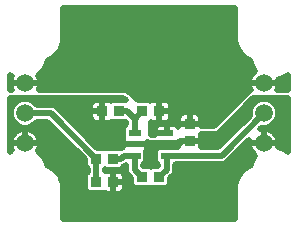
<source format=gtl>
G75*
%MOIN*%
%OFA0B0*%
%FSLAX25Y25*%
%IPPOS*%
%LPD*%
%AMOC8*
5,1,8,0,0,1.08239X$1,22.5*
%
%ADD10R,0.03740X0.03740*%
%ADD11C,0.05937*%
%ADD12R,0.04134X0.02362*%
%ADD13C,0.02000*%
D10*
X0038736Y0019173D03*
X0044445Y0019173D03*
X0054091Y0020748D03*
X0059799Y0020748D03*
X0069937Y0032854D03*
X0069937Y0038563D03*
X0059799Y0042795D03*
X0054091Y0042795D03*
X0046413Y0042795D03*
X0040705Y0042795D03*
X0038736Y0027047D03*
X0044445Y0027047D03*
D11*
X0015079Y0032118D03*
X0015079Y0042157D03*
X0015079Y0052197D03*
X0094646Y0052197D03*
X0094646Y0042157D03*
X0094646Y0032118D03*
D12*
X0062260Y0035512D03*
X0062260Y0028031D03*
X0051630Y0028031D03*
X0051630Y0031772D03*
X0051630Y0035512D03*
D13*
X0027767Y0018552D02*
X0027767Y0007050D01*
X0084989Y0007050D01*
X0084989Y0018552D01*
X0086208Y0021494D01*
X0086208Y0021494D01*
X0088459Y0023745D01*
X0088459Y0023745D01*
X0090157Y0024449D01*
X0090157Y0024724D01*
X0091338Y0027574D01*
X0091805Y0028041D01*
X0091409Y0028328D01*
X0090856Y0028881D01*
X0090396Y0029514D01*
X0090041Y0030211D01*
X0089800Y0030955D01*
X0089677Y0031727D01*
X0089677Y0032118D01*
X0094646Y0032118D01*
X0094646Y0032118D01*
X0099614Y0032118D01*
X0099614Y0031727D01*
X0099492Y0030955D01*
X0099483Y0030926D01*
X0102307Y0029756D01*
X0102706Y0029357D01*
X0102706Y0047200D01*
X0091160Y0047200D01*
X0079586Y0035626D01*
X0078557Y0035200D01*
X0073750Y0035200D01*
X0073807Y0034988D01*
X0073807Y0032854D01*
X0069937Y0032854D01*
X0069937Y0032854D01*
X0066814Y0032854D01*
X0066814Y0032854D01*
X0069937Y0032854D01*
X0069937Y0032854D01*
X0067476Y0032854D01*
X0066394Y0031772D01*
X0051630Y0031772D01*
X0055697Y0031772D01*
X0055697Y0032509D01*
X0056443Y0032200D01*
X0065557Y0032200D01*
X0066067Y0032411D01*
X0066067Y0030831D01*
X0065253Y0030831D01*
X0065072Y0031013D01*
X0059447Y0031013D01*
X0058393Y0029958D01*
X0058393Y0026105D01*
X0059447Y0025050D01*
X0059460Y0025050D01*
X0059460Y0024418D01*
X0057184Y0024418D01*
X0056945Y0024179D01*
X0056706Y0024418D01*
X0054430Y0024418D01*
X0054430Y0025050D01*
X0054442Y0025050D01*
X0055497Y0026105D01*
X0055497Y0029708D01*
X0055561Y0029819D01*
X0055697Y0030327D01*
X0055697Y0031772D01*
X0051630Y0031772D01*
X0051630Y0031772D01*
X0048283Y0031772D01*
X0040705Y0039350D01*
X0040705Y0042795D01*
X0040705Y0038925D01*
X0042838Y0038925D01*
X0043347Y0039061D01*
X0043673Y0039250D01*
X0043798Y0039125D01*
X0048830Y0039125D01*
X0048830Y0038493D01*
X0048817Y0038493D01*
X0047763Y0037438D01*
X0047763Y0033835D01*
X0047699Y0033725D01*
X0047563Y0033216D01*
X0047563Y0031772D01*
X0051630Y0031772D01*
X0051630Y0031772D01*
X0047563Y0031772D01*
X0047563Y0030831D01*
X0047530Y0030831D01*
X0047117Y0030661D01*
X0047061Y0030717D01*
X0041829Y0030717D01*
X0041591Y0030479D01*
X0041352Y0030717D01*
X0039026Y0030717D01*
X0025212Y0044531D01*
X0024183Y0044957D01*
X0019022Y0044957D01*
X0017780Y0046200D01*
X0016027Y0046926D01*
X0014130Y0046926D01*
X0012378Y0046200D01*
X0011036Y0044859D01*
X0010310Y0043106D01*
X0010310Y0041209D01*
X0011036Y0039456D01*
X0012378Y0038115D01*
X0014130Y0037389D01*
X0016027Y0037389D01*
X0017780Y0038115D01*
X0019022Y0039357D01*
X0022466Y0039357D01*
X0035066Y0026758D01*
X0035066Y0024432D01*
X0035936Y0023561D01*
X0035936Y0022659D01*
X0035066Y0021789D01*
X0035066Y0016558D01*
X0036121Y0015503D01*
X0041352Y0015503D01*
X0041477Y0015628D01*
X0041803Y0015439D01*
X0042311Y0015303D01*
X0044445Y0015303D01*
X0046578Y0015303D01*
X0047087Y0015439D01*
X0047543Y0015703D01*
X0047915Y0016075D01*
X0048179Y0016531D01*
X0048315Y0017040D01*
X0048315Y0019173D01*
X0044445Y0019173D01*
X0044445Y0015303D01*
X0044445Y0019173D01*
X0044445Y0019173D01*
X0044445Y0019173D01*
X0048315Y0019173D01*
X0048315Y0021307D01*
X0048179Y0021815D01*
X0047915Y0022271D01*
X0047543Y0022644D01*
X0047087Y0022907D01*
X0046578Y0023043D01*
X0044445Y0023043D01*
X0044445Y0019173D01*
X0044445Y0019173D01*
X0044445Y0023043D01*
X0042311Y0023043D01*
X0041803Y0022907D01*
X0041536Y0022753D01*
X0041536Y0023561D01*
X0041591Y0023616D01*
X0041829Y0023377D01*
X0047061Y0023377D01*
X0048115Y0024432D01*
X0048115Y0024436D01*
X0048688Y0024674D01*
X0048830Y0024815D01*
X0048830Y0022652D01*
X0049256Y0021623D01*
X0050044Y0020835D01*
X0050420Y0020458D01*
X0050420Y0018132D01*
X0051475Y0017078D01*
X0056706Y0017078D01*
X0056945Y0017317D01*
X0057184Y0017078D01*
X0062415Y0017078D01*
X0063469Y0018132D01*
X0063469Y0020458D01*
X0063846Y0020835D01*
X0064634Y0021623D01*
X0065060Y0022652D01*
X0065060Y0025050D01*
X0065072Y0025050D01*
X0065253Y0025231D01*
X0081077Y0025231D01*
X0082106Y0025658D01*
X0082893Y0026445D01*
X0089833Y0033385D01*
X0089800Y0033282D01*
X0089677Y0032509D01*
X0089677Y0032118D01*
X0094646Y0032118D01*
X0099614Y0032118D01*
X0099614Y0032509D01*
X0099492Y0033282D01*
X0099250Y0034025D01*
X0098895Y0034722D01*
X0098435Y0035355D01*
X0097882Y0035908D01*
X0097250Y0036368D01*
X0096553Y0036723D01*
X0095809Y0036964D01*
X0095037Y0037087D01*
X0094646Y0037087D01*
X0094646Y0032118D01*
X0094646Y0032118D01*
X0094646Y0037087D01*
X0094255Y0037087D01*
X0093482Y0036964D01*
X0093379Y0036931D01*
X0093837Y0037389D01*
X0095594Y0037389D01*
X0097347Y0038115D01*
X0098688Y0039456D01*
X0099414Y0041209D01*
X0099414Y0043106D01*
X0098688Y0044859D01*
X0097347Y0046200D01*
X0095594Y0046926D01*
X0093697Y0046926D01*
X0091945Y0046200D01*
X0090603Y0044859D01*
X0089877Y0043106D01*
X0089877Y0041349D01*
X0079360Y0030831D01*
X0073807Y0030831D01*
X0073807Y0032854D01*
X0069937Y0032854D01*
X0073807Y0031978D02*
X0080506Y0031978D01*
X0082505Y0033976D02*
X0073807Y0033976D01*
X0073807Y0038000D02*
X0073807Y0038563D01*
X0073807Y0040696D01*
X0073671Y0041205D01*
X0073407Y0041661D01*
X0073035Y0042033D01*
X0072579Y0042297D01*
X0072070Y0042433D01*
X0069937Y0042433D01*
X0067804Y0042433D01*
X0067295Y0042297D01*
X0066839Y0042033D01*
X0066467Y0041661D01*
X0066203Y0041205D01*
X0066067Y0040696D01*
X0066067Y0038563D01*
X0069937Y0038563D01*
X0069937Y0038563D01*
X0069937Y0042433D01*
X0069937Y0038563D01*
X0069937Y0038563D01*
X0073807Y0038563D01*
X0069937Y0038563D01*
X0069937Y0038563D01*
X0066067Y0038563D01*
X0066067Y0037679D01*
X0065927Y0037921D01*
X0065555Y0038293D01*
X0065099Y0038557D01*
X0064590Y0038693D01*
X0062260Y0038693D01*
X0062260Y0035512D01*
X0062260Y0035512D01*
X0062260Y0038693D01*
X0059930Y0038693D01*
X0059421Y0038557D01*
X0058965Y0038293D01*
X0058593Y0037921D01*
X0058329Y0037465D01*
X0058193Y0036956D01*
X0058193Y0035512D01*
X0062260Y0035512D01*
X0062260Y0035512D01*
X0058193Y0035512D01*
X0058193Y0035000D01*
X0057000Y0035000D01*
X0057000Y0039152D01*
X0057157Y0039061D01*
X0057666Y0038925D01*
X0059799Y0038925D01*
X0059799Y0042795D01*
X0059799Y0042795D01*
X0059799Y0038925D01*
X0061933Y0038925D01*
X0062441Y0039061D01*
X0062897Y0039325D01*
X0063270Y0039697D01*
X0063533Y0040153D01*
X0063669Y0040662D01*
X0063669Y0042795D01*
X0059799Y0042795D01*
X0059799Y0042795D01*
X0059799Y0046665D01*
X0057666Y0046665D01*
X0057157Y0046529D01*
X0056831Y0046341D01*
X0056706Y0046465D01*
X0052535Y0046465D01*
X0049000Y0050000D01*
X0019536Y0050000D01*
X0019683Y0050290D01*
X0019925Y0051033D01*
X0020047Y0051806D01*
X0020047Y0052197D01*
X0020047Y0052588D01*
X0019925Y0053360D01*
X0019683Y0054104D01*
X0019379Y0054702D01*
X0021418Y0056740D01*
X0022598Y0059591D01*
X0022598Y0059866D01*
X0024297Y0060570D01*
X0026548Y0062821D01*
X0027767Y0065762D01*
X0027767Y0077265D01*
X0084989Y0077265D01*
X0084989Y0065762D01*
X0086208Y0062821D01*
X0088459Y0060570D01*
X0090157Y0059866D01*
X0090157Y0059591D01*
X0091338Y0056740D01*
X0091805Y0056274D01*
X0091409Y0055987D01*
X0090856Y0055434D01*
X0090396Y0054801D01*
X0090041Y0054104D01*
X0089800Y0053360D01*
X0089677Y0052588D01*
X0089677Y0052197D01*
X0094646Y0052197D01*
X0099614Y0052197D01*
X0099614Y0052588D01*
X0099492Y0053360D01*
X0099483Y0053389D01*
X0102307Y0054559D01*
X0102706Y0054958D01*
X0102706Y0050000D01*
X0099103Y0050000D01*
X0099250Y0050290D01*
X0099492Y0051033D01*
X0099614Y0051806D01*
X0099614Y0052197D01*
X0094646Y0052197D01*
X0094646Y0052197D01*
X0094646Y0052197D01*
X0089677Y0052197D01*
X0089677Y0051806D01*
X0089800Y0051033D01*
X0090041Y0050290D01*
X0090189Y0050000D01*
X0090000Y0050000D01*
X0078000Y0038000D01*
X0073807Y0038000D01*
X0073807Y0039972D02*
X0079972Y0039972D01*
X0081933Y0037973D02*
X0086502Y0037973D01*
X0088500Y0039972D02*
X0083932Y0039972D01*
X0081970Y0041970D02*
X0073098Y0041970D01*
X0069937Y0041970D02*
X0069937Y0041970D01*
X0069937Y0039972D02*
X0069937Y0039972D01*
X0066776Y0041970D02*
X0063669Y0041970D01*
X0063669Y0042795D02*
X0063669Y0044929D01*
X0063533Y0045437D01*
X0063270Y0045893D01*
X0062897Y0046266D01*
X0062441Y0046529D01*
X0061933Y0046665D01*
X0059799Y0046665D01*
X0059799Y0042795D01*
X0059799Y0042795D01*
X0063669Y0042795D01*
X0063669Y0043969D02*
X0083969Y0043969D01*
X0085967Y0045967D02*
X0063196Y0045967D01*
X0059799Y0045967D02*
X0059799Y0045967D01*
X0059799Y0043969D02*
X0059799Y0043969D01*
X0059799Y0041970D02*
X0059799Y0041970D01*
X0059799Y0039972D02*
X0059799Y0039972D01*
X0058645Y0037973D02*
X0057000Y0037973D01*
X0057000Y0035975D02*
X0058193Y0035975D01*
X0062260Y0035975D02*
X0062260Y0035975D01*
X0062260Y0037973D02*
X0062260Y0037973D01*
X0063428Y0039972D02*
X0066067Y0039972D01*
X0066067Y0037973D02*
X0065875Y0037973D01*
X0066067Y0031978D02*
X0055697Y0031978D01*
X0055604Y0029979D02*
X0058414Y0029979D01*
X0058393Y0027981D02*
X0055497Y0027981D01*
X0055374Y0025982D02*
X0058516Y0025982D01*
X0062260Y0028031D02*
X0062260Y0023209D01*
X0059799Y0020748D01*
X0063469Y0019987D02*
X0085583Y0019987D01*
X0084989Y0017988D02*
X0063325Y0017988D01*
X0064784Y0021985D02*
X0086699Y0021985D01*
X0089035Y0023984D02*
X0065060Y0023984D01*
X0062260Y0028031D02*
X0080520Y0028031D01*
X0094646Y0042157D01*
X0090235Y0043969D02*
X0087929Y0043969D01*
X0089927Y0045967D02*
X0091712Y0045967D01*
X0087966Y0047966D02*
X0051034Y0047966D01*
X0048575Y0046465D02*
X0043798Y0046465D01*
X0043673Y0046341D01*
X0043347Y0046529D01*
X0042838Y0046665D01*
X0040705Y0046665D01*
X0040705Y0042795D01*
X0040705Y0042795D01*
X0040705Y0038925D01*
X0038571Y0038925D01*
X0038063Y0039061D01*
X0037607Y0039325D01*
X0037234Y0039697D01*
X0036971Y0040153D01*
X0036835Y0040662D01*
X0036835Y0042795D01*
X0040705Y0042795D01*
X0040705Y0042795D01*
X0040705Y0042795D01*
X0036835Y0042795D01*
X0036835Y0044929D01*
X0036971Y0045437D01*
X0037234Y0045893D01*
X0037607Y0046266D01*
X0038063Y0046529D01*
X0038571Y0046665D01*
X0040705Y0046665D01*
X0040705Y0042795D01*
X0040705Y0041970D02*
X0040705Y0041970D01*
X0040705Y0039972D02*
X0040705Y0039972D01*
X0037076Y0039972D02*
X0029772Y0039972D01*
X0031770Y0037973D02*
X0048298Y0037973D01*
X0047763Y0035975D02*
X0033769Y0035975D01*
X0035767Y0033976D02*
X0047763Y0033976D01*
X0047563Y0031978D02*
X0037766Y0031978D01*
X0033843Y0027981D02*
X0021011Y0027981D01*
X0021418Y0027574D02*
X0019379Y0029613D01*
X0019683Y0030211D01*
X0019925Y0030955D01*
X0020047Y0031727D01*
X0020047Y0032118D01*
X0015079Y0032118D01*
X0015079Y0032118D01*
X0020047Y0032118D01*
X0020047Y0032509D01*
X0019925Y0033282D01*
X0019683Y0034025D01*
X0019328Y0034722D01*
X0018868Y0035355D01*
X0018315Y0035908D01*
X0017683Y0036368D01*
X0016986Y0036723D01*
X0016242Y0036964D01*
X0015470Y0037087D01*
X0015079Y0037087D01*
X0015079Y0032118D01*
X0015079Y0032118D01*
X0010110Y0032118D01*
X0010110Y0031727D01*
X0010233Y0030955D01*
X0010474Y0030211D01*
X0010661Y0029844D01*
X0010449Y0029756D01*
X0010050Y0029357D01*
X0010050Y0047200D01*
X0047840Y0047200D01*
X0048575Y0046465D01*
X0049036Y0049964D02*
X0089964Y0049964D01*
X0089677Y0051963D02*
X0020047Y0051963D01*
X0020047Y0052197D02*
X0015079Y0052197D01*
X0020047Y0052197D01*
X0019730Y0053961D02*
X0089995Y0053961D01*
X0091382Y0055960D02*
X0020637Y0055960D01*
X0021922Y0057958D02*
X0090834Y0057958D01*
X0089939Y0059957D02*
X0022817Y0059957D01*
X0024297Y0060570D02*
X0024297Y0060570D01*
X0025682Y0061955D02*
X0087073Y0061955D01*
X0086208Y0062821D02*
X0086208Y0062821D01*
X0085739Y0063954D02*
X0027017Y0063954D01*
X0026548Y0062821D02*
X0026548Y0062821D01*
X0027767Y0065952D02*
X0084989Y0065952D01*
X0084989Y0067951D02*
X0027767Y0067951D01*
X0027767Y0069949D02*
X0084989Y0069949D01*
X0084989Y0071948D02*
X0027767Y0071948D01*
X0027767Y0073946D02*
X0084989Y0073946D01*
X0084989Y0075945D02*
X0027767Y0075945D01*
X0010050Y0054958D02*
X0010449Y0054559D01*
X0010661Y0054471D01*
X0010474Y0054104D01*
X0010233Y0053360D01*
X0010110Y0052588D01*
X0010110Y0052197D01*
X0015079Y0052197D01*
X0015079Y0052197D01*
X0015079Y0052197D01*
X0010110Y0052197D01*
X0010110Y0051806D01*
X0010233Y0051033D01*
X0010474Y0050290D01*
X0010622Y0050000D01*
X0010050Y0050000D01*
X0010050Y0054958D01*
X0010050Y0053961D02*
X0010428Y0053961D01*
X0010110Y0051963D02*
X0010050Y0051963D01*
X0010050Y0045967D02*
X0012145Y0045967D01*
X0010668Y0043969D02*
X0010050Y0043969D01*
X0010050Y0041970D02*
X0010310Y0041970D01*
X0010050Y0039972D02*
X0010823Y0039972D01*
X0010050Y0037973D02*
X0012720Y0037973D01*
X0013171Y0036723D02*
X0012475Y0036368D01*
X0011842Y0035908D01*
X0011289Y0035355D01*
X0010829Y0034722D01*
X0010474Y0034025D01*
X0010233Y0033282D01*
X0010110Y0032509D01*
X0010110Y0032118D01*
X0015079Y0032118D01*
X0015079Y0032118D01*
X0015079Y0037087D01*
X0014688Y0037087D01*
X0013915Y0036964D01*
X0013171Y0036723D01*
X0011934Y0035975D02*
X0010050Y0035975D01*
X0010050Y0033976D02*
X0010458Y0033976D01*
X0010110Y0031978D02*
X0010050Y0031978D01*
X0010050Y0029979D02*
X0010592Y0029979D01*
X0015079Y0033976D02*
X0015079Y0033976D01*
X0015079Y0035975D02*
X0015079Y0035975D01*
X0017438Y0037973D02*
X0023850Y0037973D01*
X0025849Y0035975D02*
X0018224Y0035975D01*
X0019699Y0033976D02*
X0027847Y0033976D01*
X0029846Y0031978D02*
X0020047Y0031978D01*
X0019565Y0029979D02*
X0031845Y0029979D01*
X0035066Y0025982D02*
X0022077Y0025982D01*
X0022598Y0024724D02*
X0021418Y0027574D01*
X0022598Y0024724D02*
X0022598Y0024449D01*
X0024297Y0023745D01*
X0026548Y0021494D01*
X0026548Y0021494D01*
X0027767Y0018552D01*
X0027767Y0017988D02*
X0035066Y0017988D01*
X0035066Y0019987D02*
X0027172Y0019987D01*
X0026057Y0021985D02*
X0035262Y0021985D01*
X0035514Y0023984D02*
X0023721Y0023984D01*
X0027767Y0015990D02*
X0035634Y0015990D01*
X0038736Y0019173D02*
X0038736Y0027047D01*
X0023626Y0042157D01*
X0015079Y0042157D01*
X0018013Y0045967D02*
X0037308Y0045967D01*
X0036835Y0043969D02*
X0025775Y0043969D01*
X0027773Y0041970D02*
X0036835Y0041970D01*
X0040705Y0043969D02*
X0040705Y0043969D01*
X0040705Y0045967D02*
X0040705Y0045967D01*
X0046413Y0042795D02*
X0049169Y0042795D01*
X0051630Y0040335D01*
X0054091Y0042795D01*
X0051630Y0040335D02*
X0051630Y0035512D01*
X0051630Y0028031D02*
X0048087Y0028031D01*
X0047102Y0027047D01*
X0044445Y0027047D01*
X0047667Y0023984D02*
X0048830Y0023984D01*
X0049106Y0021985D02*
X0048081Y0021985D01*
X0048315Y0019987D02*
X0050420Y0019987D01*
X0050565Y0017988D02*
X0048315Y0017988D01*
X0047830Y0015990D02*
X0084989Y0015990D01*
X0084989Y0013991D02*
X0027767Y0013991D01*
X0027767Y0011993D02*
X0084989Y0011993D01*
X0084989Y0009994D02*
X0027767Y0009994D01*
X0027767Y0007996D02*
X0084989Y0007996D01*
X0082430Y0025982D02*
X0090679Y0025982D01*
X0091744Y0027981D02*
X0084429Y0027981D01*
X0086427Y0029979D02*
X0090159Y0029979D01*
X0089677Y0031978D02*
X0088426Y0031978D01*
X0084503Y0035975D02*
X0079934Y0035975D01*
X0085930Y0041970D02*
X0089877Y0041970D01*
X0094646Y0035975D02*
X0094646Y0035975D01*
X0094646Y0033976D02*
X0094646Y0033976D01*
X0094646Y0032118D02*
X0094646Y0032118D01*
X0097790Y0035975D02*
X0102706Y0035975D01*
X0102706Y0033976D02*
X0099266Y0033976D01*
X0099614Y0031978D02*
X0102706Y0031978D01*
X0102706Y0029979D02*
X0101769Y0029979D01*
X0102706Y0037973D02*
X0097005Y0037973D01*
X0098902Y0039972D02*
X0102706Y0039972D01*
X0102706Y0041970D02*
X0099414Y0041970D01*
X0099057Y0043969D02*
X0102706Y0043969D01*
X0102706Y0045967D02*
X0097580Y0045967D01*
X0099614Y0051963D02*
X0102706Y0051963D01*
X0102706Y0053961D02*
X0100864Y0053961D01*
X0054091Y0020748D02*
X0051630Y0023209D01*
X0051630Y0028031D01*
X0044445Y0021985D02*
X0044445Y0021985D01*
X0044445Y0019987D02*
X0044445Y0019987D01*
X0044445Y0017988D02*
X0044445Y0017988D01*
X0044445Y0015990D02*
X0044445Y0015990D01*
M02*

</source>
